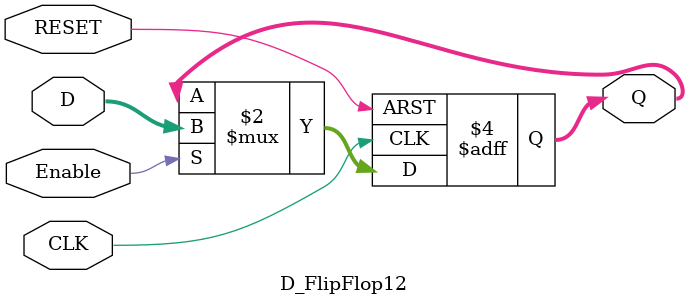
<source format=v>
module D_FlipFlop12(Q, D, CLK, Enable, RESET);

	input [15:0] D;
	output reg [15:0] Q;
	input CLK, Enable, RESET;

	always @(posedge CLK or posedge RESET)
		begin
			if(RESET)
				Q <= 1'b0;
			else if(Enable)
				Q <= D;
		end
	
endmodule
</source>
